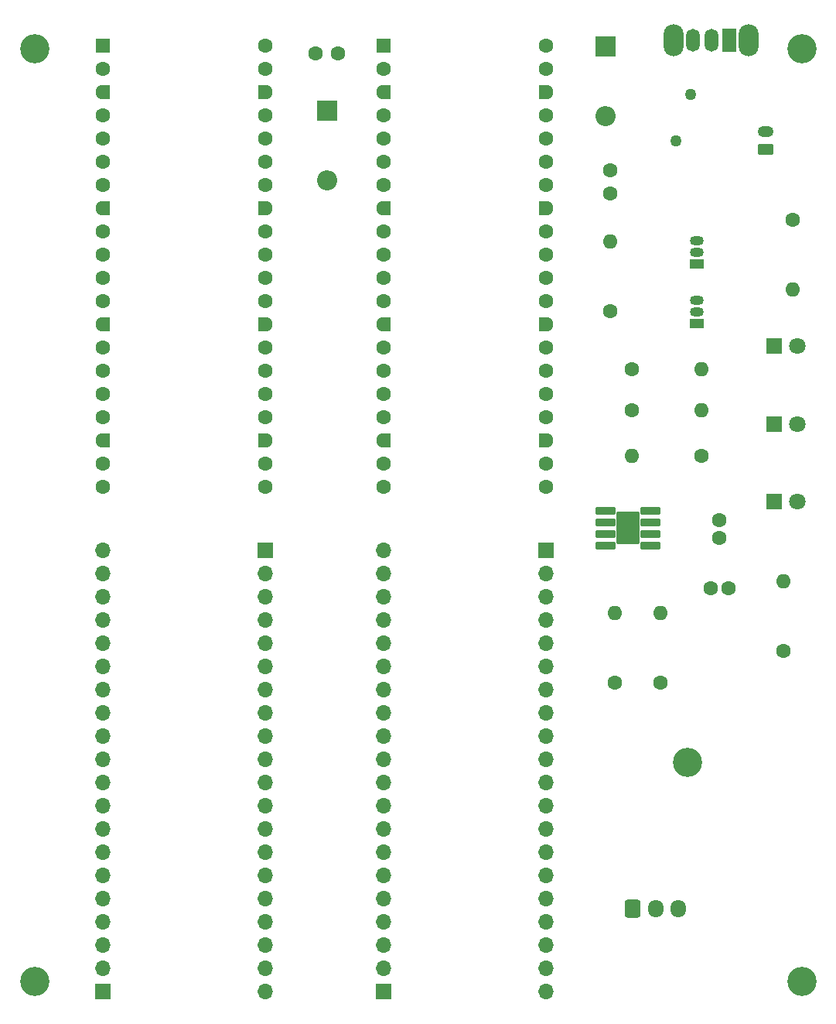
<source format=gbr>
%TF.GenerationSoftware,KiCad,Pcbnew,9.0.1*%
%TF.CreationDate,2025-10-25T16:54:00-04:00*%
%TF.ProjectId,Design V4.0,44657369-676e-4205-9634-2e302e6b6963,rev?*%
%TF.SameCoordinates,Original*%
%TF.FileFunction,Soldermask,Top*%
%TF.FilePolarity,Negative*%
%FSLAX46Y46*%
G04 Gerber Fmt 4.6, Leading zero omitted, Abs format (unit mm)*
G04 Created by KiCad (PCBNEW 9.0.1) date 2025-10-25 16:54:00*
%MOMM*%
%LPD*%
G01*
G04 APERTURE LIST*
G04 Aperture macros list*
%AMRoundRect*
0 Rectangle with rounded corners*
0 $1 Rounding radius*
0 $2 $3 $4 $5 $6 $7 $8 $9 X,Y pos of 4 corners*
0 Add a 4 corners polygon primitive as box body*
4,1,4,$2,$3,$4,$5,$6,$7,$8,$9,$2,$3,0*
0 Add four circle primitives for the rounded corners*
1,1,$1+$1,$2,$3*
1,1,$1+$1,$4,$5*
1,1,$1+$1,$6,$7*
1,1,$1+$1,$8,$9*
0 Add four rect primitives between the rounded corners*
20,1,$1+$1,$2,$3,$4,$5,0*
20,1,$1+$1,$4,$5,$6,$7,0*
20,1,$1+$1,$6,$7,$8,$9,0*
20,1,$1+$1,$8,$9,$2,$3,0*%
%AMFreePoly0*
4,1,37,0.603843,0.796157,0.639018,0.796157,0.711114,0.766294,0.766294,0.711114,0.796157,0.639018,0.796157,0.603843,0.800000,0.600000,0.800000,-0.600000,0.796157,-0.603843,0.796157,-0.639018,0.766294,-0.711114,0.711114,-0.766294,0.639018,-0.796157,0.603843,-0.796157,0.600000,-0.800000,0.000000,-0.800000,0.000000,-0.796148,-0.078414,-0.796148,-0.232228,-0.765552,-0.377117,-0.705537,
-0.507515,-0.618408,-0.618408,-0.507515,-0.705537,-0.377117,-0.765552,-0.232228,-0.796148,-0.078414,-0.796148,0.078414,-0.765552,0.232228,-0.705537,0.377117,-0.618408,0.507515,-0.507515,0.618408,-0.377117,0.705537,-0.232228,0.765552,-0.078414,0.796148,0.000000,0.796148,0.000000,0.800000,0.600000,0.800000,0.603843,0.796157,0.603843,0.796157,$1*%
%AMFreePoly1*
4,1,37,0.000000,0.796148,0.078414,0.796148,0.232228,0.765552,0.377117,0.705537,0.507515,0.618408,0.618408,0.507515,0.705537,0.377117,0.765552,0.232228,0.796148,0.078414,0.796148,-0.078414,0.765552,-0.232228,0.705537,-0.377117,0.618408,-0.507515,0.507515,-0.618408,0.377117,-0.705537,0.232228,-0.765552,0.078414,-0.796148,0.000000,-0.796148,0.000000,-0.800000,-0.600000,-0.800000,
-0.603843,-0.796157,-0.639018,-0.796157,-0.711114,-0.766294,-0.766294,-0.711114,-0.796157,-0.639018,-0.796157,-0.603843,-0.800000,-0.600000,-0.800000,0.600000,-0.796157,0.603843,-0.796157,0.639018,-0.766294,0.711114,-0.711114,0.766294,-0.639018,0.796157,-0.603843,0.796157,-0.600000,0.800000,0.000000,0.800000,0.000000,0.796148,0.000000,0.796148,$1*%
G04 Aperture macros list end*
%ADD10C,1.600000*%
%ADD11O,1.600000X1.600000*%
%ADD12RoundRect,0.250000X-0.600000X-0.725000X0.600000X-0.725000X0.600000X0.725000X-0.600000X0.725000X0*%
%ADD13O,1.700000X1.950000*%
%ADD14R,1.800000X1.800000*%
%ADD15C,1.800000*%
%ADD16RoundRect,0.200000X-0.600000X-0.600000X0.600000X-0.600000X0.600000X0.600000X-0.600000X0.600000X0*%
%ADD17FreePoly0,0.000000*%
%ADD18FreePoly1,0.000000*%
%ADD19C,1.270000*%
%ADD20R,2.200000X2.200000*%
%ADD21O,2.200000X2.200000*%
%ADD22O,2.200000X3.500000*%
%ADD23R,1.500000X2.500000*%
%ADD24O,1.500000X2.500000*%
%ADD25R,1.700000X1.700000*%
%ADD26O,1.700000X1.700000*%
%ADD27C,3.200000*%
%ADD28RoundRect,0.250000X0.625000X-0.350000X0.625000X0.350000X-0.625000X0.350000X-0.625000X-0.350000X0*%
%ADD29O,1.750000X1.200000*%
%ADD30R,1.500000X1.050000*%
%ADD31O,1.500000X1.050000*%
%ADD32RoundRect,0.100500X-0.986500X-0.301500X0.986500X-0.301500X0.986500X0.301500X-0.986500X0.301500X0*%
%ADD33RoundRect,0.102000X-1.206500X-1.651000X1.206500X-1.651000X1.206500X1.651000X-1.206500X1.651000X0*%
G04 APERTURE END LIST*
D10*
%TO.C,R6*%
X224500000Y-61620000D03*
D11*
X224500000Y-54000000D03*
%TD*%
D12*
%TO.C,J7*%
X227000000Y-127000000D03*
D13*
X229500000Y-127000000D03*
X232000000Y-127000000D03*
%TD*%
D10*
%TO.C,R5*%
X244500000Y-51690000D03*
D11*
X244500000Y-59310000D03*
%TD*%
D14*
%TO.C,D4*%
X242460000Y-82500000D03*
D15*
X245000000Y-82500000D03*
%TD*%
D10*
%TO.C,R8*%
X234500000Y-77500000D03*
D11*
X226880000Y-77500000D03*
%TD*%
D16*
%TO.C,A1*%
X169000000Y-32600000D03*
D10*
X169000000Y-35140000D03*
D17*
X169000000Y-37680000D03*
D10*
X169000000Y-40220000D03*
X169000000Y-42760000D03*
X169000000Y-45300000D03*
X169000000Y-47840000D03*
D17*
X169000000Y-50380000D03*
D10*
X169000000Y-52920000D03*
X169000000Y-55460000D03*
X169000000Y-58000000D03*
X169000000Y-60540000D03*
D17*
X169000000Y-63080000D03*
D10*
X169000000Y-65620000D03*
X169000000Y-68160000D03*
X169000000Y-70700000D03*
X169000000Y-73240000D03*
D17*
X169000000Y-75780000D03*
D10*
X169000000Y-78320000D03*
X169000000Y-80860000D03*
X186780000Y-80860000D03*
X186780000Y-78320000D03*
D18*
X186780000Y-75780000D03*
D10*
X186780000Y-73240000D03*
X186780000Y-70700000D03*
X186780000Y-68160000D03*
X186780000Y-65620000D03*
D18*
X186780000Y-63080000D03*
D10*
X186780000Y-60540000D03*
X186780000Y-58000000D03*
X186780000Y-55460000D03*
X186780000Y-52920000D03*
D18*
X186780000Y-50380000D03*
D10*
X186780000Y-47840000D03*
X186780000Y-45300000D03*
X186780000Y-42760000D03*
X186780000Y-40220000D03*
D18*
X186780000Y-37680000D03*
D10*
X186780000Y-35140000D03*
X186780000Y-32600000D03*
%TD*%
D19*
%TO.C,F1*%
X231700000Y-43050000D03*
X233300000Y-37950000D03*
%TD*%
D10*
%TO.C,R2*%
X243500000Y-98810000D03*
D11*
X243500000Y-91190000D03*
%TD*%
D20*
%TO.C,D5*%
X193500000Y-39690000D03*
D21*
X193500000Y-47310000D03*
%TD*%
D22*
%TO.C,SW1*%
X239700000Y-32000000D03*
X231500000Y-32000000D03*
D23*
X237600000Y-32000000D03*
D24*
X235600000Y-32000000D03*
X233600000Y-32000000D03*
%TD*%
D10*
%TO.C,C4*%
X236500000Y-86500000D03*
X236500000Y-84500000D03*
%TD*%
%TO.C,C2*%
X224500000Y-48750000D03*
X224500000Y-46250000D03*
%TD*%
D25*
%TO.C,J4*%
X199720000Y-136060000D03*
D26*
X199720000Y-133520000D03*
X199720000Y-130980000D03*
X199720000Y-128440000D03*
X199720000Y-125900000D03*
X199720000Y-123360000D03*
X199720000Y-120820000D03*
X199720000Y-118280000D03*
X199720000Y-115740000D03*
X199720000Y-113200000D03*
X199720000Y-110660000D03*
X199720000Y-108120000D03*
X199720000Y-105580000D03*
X199720000Y-103040000D03*
X199720000Y-100500000D03*
X199720000Y-97960000D03*
X199720000Y-95420000D03*
X199720000Y-92880000D03*
X199720000Y-90340000D03*
X199720000Y-87800000D03*
%TD*%
D27*
%TO.C,H2*%
X245500000Y-33000000D03*
%TD*%
D25*
%TO.C,J3*%
X186780000Y-87860000D03*
D26*
X186780000Y-90400000D03*
X186780000Y-92940000D03*
X186780000Y-95480000D03*
X186780000Y-98020000D03*
X186780000Y-100560000D03*
X186780000Y-103100000D03*
X186780000Y-105640000D03*
X186780000Y-108180000D03*
X186780000Y-110720000D03*
X186780000Y-113260000D03*
X186780000Y-115800000D03*
X186780000Y-118340000D03*
X186780000Y-120880000D03*
X186780000Y-123420000D03*
X186780000Y-125960000D03*
X186780000Y-128500000D03*
X186780000Y-131040000D03*
X186780000Y-133580000D03*
X186780000Y-136120000D03*
%TD*%
D28*
%TO.C,J1*%
X241550000Y-44000000D03*
D29*
X241550000Y-42000000D03*
%TD*%
D10*
%TO.C,C1*%
X194750000Y-33500000D03*
X192250000Y-33500000D03*
%TD*%
D25*
%TO.C,J2*%
X169000000Y-136060000D03*
D26*
X169000000Y-133520000D03*
X169000000Y-130980000D03*
X169000000Y-128440000D03*
X169000000Y-125900000D03*
X169000000Y-123360000D03*
X169000000Y-120820000D03*
X169000000Y-118280000D03*
X169000000Y-115740000D03*
X169000000Y-113200000D03*
X169000000Y-110660000D03*
X169000000Y-108120000D03*
X169000000Y-105580000D03*
X169000000Y-103040000D03*
X169000000Y-100500000D03*
X169000000Y-97960000D03*
X169000000Y-95420000D03*
X169000000Y-92880000D03*
X169000000Y-90340000D03*
X169000000Y-87800000D03*
%TD*%
D10*
%TO.C,R1*%
X225000000Y-102310000D03*
D11*
X225000000Y-94690000D03*
%TD*%
D27*
%TO.C,H5*%
X233000000Y-111000000D03*
%TD*%
D10*
%TO.C,R7*%
X226880000Y-68000000D03*
D11*
X234500000Y-68000000D03*
%TD*%
D14*
%TO.C,D2*%
X242460000Y-65500000D03*
D15*
X245000000Y-65500000D03*
%TD*%
D27*
%TO.C,H1*%
X161500000Y-33000000D03*
%TD*%
D14*
%TO.C,D3*%
X242460000Y-74000000D03*
D15*
X245000000Y-74000000D03*
%TD*%
D10*
%TO.C,C3*%
X237500000Y-92000000D03*
X235500000Y-92000000D03*
%TD*%
D20*
%TO.C,D6*%
X224000000Y-32690000D03*
D21*
X224000000Y-40310000D03*
%TD*%
D30*
%TO.C,Q3*%
X234000000Y-56500000D03*
D31*
X234000000Y-55230000D03*
X234000000Y-53960000D03*
%TD*%
D10*
%TO.C,R3*%
X226880000Y-72500000D03*
D11*
X234500000Y-72500000D03*
%TD*%
D27*
%TO.C,H3*%
X245500000Y-135000000D03*
%TD*%
D25*
%TO.C,J5*%
X217500000Y-87860000D03*
D26*
X217500000Y-90400000D03*
X217500000Y-92940000D03*
X217500000Y-95480000D03*
X217500000Y-98020000D03*
X217500000Y-100560000D03*
X217500000Y-103100000D03*
X217500000Y-105640000D03*
X217500000Y-108180000D03*
X217500000Y-110720000D03*
X217500000Y-113260000D03*
X217500000Y-115800000D03*
X217500000Y-118340000D03*
X217500000Y-120880000D03*
X217500000Y-123420000D03*
X217500000Y-125960000D03*
X217500000Y-128500000D03*
X217500000Y-131040000D03*
X217500000Y-133580000D03*
X217500000Y-136120000D03*
%TD*%
D27*
%TO.C,H4*%
X161500000Y-135000000D03*
%TD*%
D32*
%TO.C,U1*%
X224000000Y-83500000D03*
X224000000Y-84770000D03*
X224000000Y-86040000D03*
X224000000Y-87310000D03*
X228950000Y-87310000D03*
X228950000Y-86040000D03*
X228950000Y-84770000D03*
X228950000Y-83500000D03*
D33*
X226475000Y-85405000D03*
%TD*%
D16*
%TO.C,A2*%
X199720000Y-32600000D03*
D10*
X199720000Y-35140000D03*
D17*
X199720000Y-37680000D03*
D10*
X199720000Y-40220000D03*
X199720000Y-42760000D03*
X199720000Y-45300000D03*
X199720000Y-47840000D03*
D17*
X199720000Y-50380000D03*
D10*
X199720000Y-52920000D03*
X199720000Y-55460000D03*
X199720000Y-58000000D03*
X199720000Y-60540000D03*
D17*
X199720000Y-63080000D03*
D10*
X199720000Y-65620000D03*
X199720000Y-68160000D03*
X199720000Y-70700000D03*
X199720000Y-73240000D03*
D17*
X199720000Y-75780000D03*
D10*
X199720000Y-78320000D03*
X199720000Y-80860000D03*
X217500000Y-80860000D03*
X217500000Y-78320000D03*
D18*
X217500000Y-75780000D03*
D10*
X217500000Y-73240000D03*
X217500000Y-70700000D03*
X217500000Y-68160000D03*
X217500000Y-65620000D03*
D18*
X217500000Y-63080000D03*
D10*
X217500000Y-60540000D03*
X217500000Y-58000000D03*
X217500000Y-55460000D03*
X217500000Y-52920000D03*
D18*
X217500000Y-50380000D03*
D10*
X217500000Y-47840000D03*
X217500000Y-45300000D03*
X217500000Y-42760000D03*
X217500000Y-40220000D03*
D18*
X217500000Y-37680000D03*
D10*
X217500000Y-35140000D03*
X217500000Y-32600000D03*
%TD*%
D30*
%TO.C,Q4*%
X234000000Y-63000000D03*
D31*
X234000000Y-61730000D03*
X234000000Y-60460000D03*
%TD*%
D10*
%TO.C,R4*%
X230000000Y-102310000D03*
D11*
X230000000Y-94690000D03*
%TD*%
M02*

</source>
